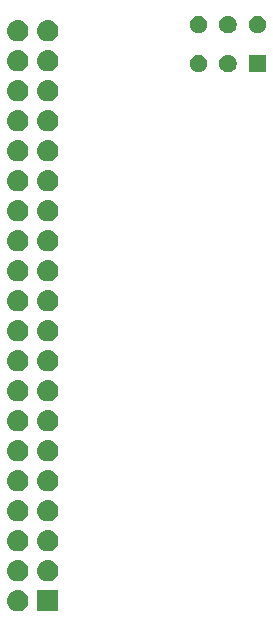
<source format=gbr>
G04 #@! TF.GenerationSoftware,KiCad,Pcbnew,(5.1.4)-1*
G04 #@! TF.CreationDate,2019-12-18T13:49:36-05:00*
G04 #@! TF.ProjectId,a500plus-chipram-expansion,61353030-706c-4757-932d-636869707261,rev?*
G04 #@! TF.SameCoordinates,Original*
G04 #@! TF.FileFunction,Soldermask,Bot*
G04 #@! TF.FilePolarity,Negative*
%FSLAX46Y46*%
G04 Gerber Fmt 4.6, Leading zero omitted, Abs format (unit mm)*
G04 Created by KiCad (PCBNEW (5.1.4)-1) date 2019-12-18 13:49:36*
%MOMM*%
%LPD*%
G04 APERTURE LIST*
%ADD10C,0.100000*%
G04 APERTURE END LIST*
D10*
G36*
X81651000Y-84151000D02*
G01*
X79849000Y-84151000D01*
X79849000Y-82349000D01*
X81651000Y-82349000D01*
X81651000Y-84151000D01*
X81651000Y-84151000D01*
G37*
G36*
X78320443Y-82355519D02*
G01*
X78386627Y-82362037D01*
X78556466Y-82413557D01*
X78712991Y-82497222D01*
X78748729Y-82526552D01*
X78850186Y-82609814D01*
X78933448Y-82711271D01*
X78962778Y-82747009D01*
X79046443Y-82903534D01*
X79097963Y-83073373D01*
X79115359Y-83250000D01*
X79097963Y-83426627D01*
X79046443Y-83596466D01*
X78962778Y-83752991D01*
X78933448Y-83788729D01*
X78850186Y-83890186D01*
X78748729Y-83973448D01*
X78712991Y-84002778D01*
X78556466Y-84086443D01*
X78386627Y-84137963D01*
X78320443Y-84144481D01*
X78254260Y-84151000D01*
X78165740Y-84151000D01*
X78099557Y-84144481D01*
X78033373Y-84137963D01*
X77863534Y-84086443D01*
X77707009Y-84002778D01*
X77671271Y-83973448D01*
X77569814Y-83890186D01*
X77486552Y-83788729D01*
X77457222Y-83752991D01*
X77373557Y-83596466D01*
X77322037Y-83426627D01*
X77304641Y-83250000D01*
X77322037Y-83073373D01*
X77373557Y-82903534D01*
X77457222Y-82747009D01*
X77486552Y-82711271D01*
X77569814Y-82609814D01*
X77671271Y-82526552D01*
X77707009Y-82497222D01*
X77863534Y-82413557D01*
X78033373Y-82362037D01*
X78099557Y-82355519D01*
X78165740Y-82349000D01*
X78254260Y-82349000D01*
X78320443Y-82355519D01*
X78320443Y-82355519D01*
G37*
G36*
X80860442Y-79815518D02*
G01*
X80926627Y-79822037D01*
X81096466Y-79873557D01*
X81252991Y-79957222D01*
X81288729Y-79986552D01*
X81390186Y-80069814D01*
X81473448Y-80171271D01*
X81502778Y-80207009D01*
X81586443Y-80363534D01*
X81637963Y-80533373D01*
X81655359Y-80710000D01*
X81637963Y-80886627D01*
X81586443Y-81056466D01*
X81502778Y-81212991D01*
X81473448Y-81248729D01*
X81390186Y-81350186D01*
X81288729Y-81433448D01*
X81252991Y-81462778D01*
X81096466Y-81546443D01*
X80926627Y-81597963D01*
X80860442Y-81604482D01*
X80794260Y-81611000D01*
X80705740Y-81611000D01*
X80639558Y-81604482D01*
X80573373Y-81597963D01*
X80403534Y-81546443D01*
X80247009Y-81462778D01*
X80211271Y-81433448D01*
X80109814Y-81350186D01*
X80026552Y-81248729D01*
X79997222Y-81212991D01*
X79913557Y-81056466D01*
X79862037Y-80886627D01*
X79844641Y-80710000D01*
X79862037Y-80533373D01*
X79913557Y-80363534D01*
X79997222Y-80207009D01*
X80026552Y-80171271D01*
X80109814Y-80069814D01*
X80211271Y-79986552D01*
X80247009Y-79957222D01*
X80403534Y-79873557D01*
X80573373Y-79822037D01*
X80639558Y-79815518D01*
X80705740Y-79809000D01*
X80794260Y-79809000D01*
X80860442Y-79815518D01*
X80860442Y-79815518D01*
G37*
G36*
X78320442Y-79815518D02*
G01*
X78386627Y-79822037D01*
X78556466Y-79873557D01*
X78712991Y-79957222D01*
X78748729Y-79986552D01*
X78850186Y-80069814D01*
X78933448Y-80171271D01*
X78962778Y-80207009D01*
X79046443Y-80363534D01*
X79097963Y-80533373D01*
X79115359Y-80710000D01*
X79097963Y-80886627D01*
X79046443Y-81056466D01*
X78962778Y-81212991D01*
X78933448Y-81248729D01*
X78850186Y-81350186D01*
X78748729Y-81433448D01*
X78712991Y-81462778D01*
X78556466Y-81546443D01*
X78386627Y-81597963D01*
X78320442Y-81604482D01*
X78254260Y-81611000D01*
X78165740Y-81611000D01*
X78099558Y-81604482D01*
X78033373Y-81597963D01*
X77863534Y-81546443D01*
X77707009Y-81462778D01*
X77671271Y-81433448D01*
X77569814Y-81350186D01*
X77486552Y-81248729D01*
X77457222Y-81212991D01*
X77373557Y-81056466D01*
X77322037Y-80886627D01*
X77304641Y-80710000D01*
X77322037Y-80533373D01*
X77373557Y-80363534D01*
X77457222Y-80207009D01*
X77486552Y-80171271D01*
X77569814Y-80069814D01*
X77671271Y-79986552D01*
X77707009Y-79957222D01*
X77863534Y-79873557D01*
X78033373Y-79822037D01*
X78099558Y-79815518D01*
X78165740Y-79809000D01*
X78254260Y-79809000D01*
X78320442Y-79815518D01*
X78320442Y-79815518D01*
G37*
G36*
X80860442Y-77275518D02*
G01*
X80926627Y-77282037D01*
X81096466Y-77333557D01*
X81252991Y-77417222D01*
X81288729Y-77446552D01*
X81390186Y-77529814D01*
X81473448Y-77631271D01*
X81502778Y-77667009D01*
X81586443Y-77823534D01*
X81637963Y-77993373D01*
X81655359Y-78170000D01*
X81637963Y-78346627D01*
X81586443Y-78516466D01*
X81502778Y-78672991D01*
X81473448Y-78708729D01*
X81390186Y-78810186D01*
X81288729Y-78893448D01*
X81252991Y-78922778D01*
X81096466Y-79006443D01*
X80926627Y-79057963D01*
X80860442Y-79064482D01*
X80794260Y-79071000D01*
X80705740Y-79071000D01*
X80639558Y-79064482D01*
X80573373Y-79057963D01*
X80403534Y-79006443D01*
X80247009Y-78922778D01*
X80211271Y-78893448D01*
X80109814Y-78810186D01*
X80026552Y-78708729D01*
X79997222Y-78672991D01*
X79913557Y-78516466D01*
X79862037Y-78346627D01*
X79844641Y-78170000D01*
X79862037Y-77993373D01*
X79913557Y-77823534D01*
X79997222Y-77667009D01*
X80026552Y-77631271D01*
X80109814Y-77529814D01*
X80211271Y-77446552D01*
X80247009Y-77417222D01*
X80403534Y-77333557D01*
X80573373Y-77282037D01*
X80639558Y-77275518D01*
X80705740Y-77269000D01*
X80794260Y-77269000D01*
X80860442Y-77275518D01*
X80860442Y-77275518D01*
G37*
G36*
X78320442Y-77275518D02*
G01*
X78386627Y-77282037D01*
X78556466Y-77333557D01*
X78712991Y-77417222D01*
X78748729Y-77446552D01*
X78850186Y-77529814D01*
X78933448Y-77631271D01*
X78962778Y-77667009D01*
X79046443Y-77823534D01*
X79097963Y-77993373D01*
X79115359Y-78170000D01*
X79097963Y-78346627D01*
X79046443Y-78516466D01*
X78962778Y-78672991D01*
X78933448Y-78708729D01*
X78850186Y-78810186D01*
X78748729Y-78893448D01*
X78712991Y-78922778D01*
X78556466Y-79006443D01*
X78386627Y-79057963D01*
X78320442Y-79064482D01*
X78254260Y-79071000D01*
X78165740Y-79071000D01*
X78099558Y-79064482D01*
X78033373Y-79057963D01*
X77863534Y-79006443D01*
X77707009Y-78922778D01*
X77671271Y-78893448D01*
X77569814Y-78810186D01*
X77486552Y-78708729D01*
X77457222Y-78672991D01*
X77373557Y-78516466D01*
X77322037Y-78346627D01*
X77304641Y-78170000D01*
X77322037Y-77993373D01*
X77373557Y-77823534D01*
X77457222Y-77667009D01*
X77486552Y-77631271D01*
X77569814Y-77529814D01*
X77671271Y-77446552D01*
X77707009Y-77417222D01*
X77863534Y-77333557D01*
X78033373Y-77282037D01*
X78099558Y-77275518D01*
X78165740Y-77269000D01*
X78254260Y-77269000D01*
X78320442Y-77275518D01*
X78320442Y-77275518D01*
G37*
G36*
X80860443Y-74735519D02*
G01*
X80926627Y-74742037D01*
X81096466Y-74793557D01*
X81252991Y-74877222D01*
X81288729Y-74906552D01*
X81390186Y-74989814D01*
X81473448Y-75091271D01*
X81502778Y-75127009D01*
X81586443Y-75283534D01*
X81637963Y-75453373D01*
X81655359Y-75630000D01*
X81637963Y-75806627D01*
X81586443Y-75976466D01*
X81502778Y-76132991D01*
X81473448Y-76168729D01*
X81390186Y-76270186D01*
X81288729Y-76353448D01*
X81252991Y-76382778D01*
X81096466Y-76466443D01*
X80926627Y-76517963D01*
X80860442Y-76524482D01*
X80794260Y-76531000D01*
X80705740Y-76531000D01*
X80639558Y-76524482D01*
X80573373Y-76517963D01*
X80403534Y-76466443D01*
X80247009Y-76382778D01*
X80211271Y-76353448D01*
X80109814Y-76270186D01*
X80026552Y-76168729D01*
X79997222Y-76132991D01*
X79913557Y-75976466D01*
X79862037Y-75806627D01*
X79844641Y-75630000D01*
X79862037Y-75453373D01*
X79913557Y-75283534D01*
X79997222Y-75127009D01*
X80026552Y-75091271D01*
X80109814Y-74989814D01*
X80211271Y-74906552D01*
X80247009Y-74877222D01*
X80403534Y-74793557D01*
X80573373Y-74742037D01*
X80639557Y-74735519D01*
X80705740Y-74729000D01*
X80794260Y-74729000D01*
X80860443Y-74735519D01*
X80860443Y-74735519D01*
G37*
G36*
X78320443Y-74735519D02*
G01*
X78386627Y-74742037D01*
X78556466Y-74793557D01*
X78712991Y-74877222D01*
X78748729Y-74906552D01*
X78850186Y-74989814D01*
X78933448Y-75091271D01*
X78962778Y-75127009D01*
X79046443Y-75283534D01*
X79097963Y-75453373D01*
X79115359Y-75630000D01*
X79097963Y-75806627D01*
X79046443Y-75976466D01*
X78962778Y-76132991D01*
X78933448Y-76168729D01*
X78850186Y-76270186D01*
X78748729Y-76353448D01*
X78712991Y-76382778D01*
X78556466Y-76466443D01*
X78386627Y-76517963D01*
X78320442Y-76524482D01*
X78254260Y-76531000D01*
X78165740Y-76531000D01*
X78099558Y-76524482D01*
X78033373Y-76517963D01*
X77863534Y-76466443D01*
X77707009Y-76382778D01*
X77671271Y-76353448D01*
X77569814Y-76270186D01*
X77486552Y-76168729D01*
X77457222Y-76132991D01*
X77373557Y-75976466D01*
X77322037Y-75806627D01*
X77304641Y-75630000D01*
X77322037Y-75453373D01*
X77373557Y-75283534D01*
X77457222Y-75127009D01*
X77486552Y-75091271D01*
X77569814Y-74989814D01*
X77671271Y-74906552D01*
X77707009Y-74877222D01*
X77863534Y-74793557D01*
X78033373Y-74742037D01*
X78099557Y-74735519D01*
X78165740Y-74729000D01*
X78254260Y-74729000D01*
X78320443Y-74735519D01*
X78320443Y-74735519D01*
G37*
G36*
X80860442Y-72195518D02*
G01*
X80926627Y-72202037D01*
X81096466Y-72253557D01*
X81252991Y-72337222D01*
X81288729Y-72366552D01*
X81390186Y-72449814D01*
X81473448Y-72551271D01*
X81502778Y-72587009D01*
X81586443Y-72743534D01*
X81637963Y-72913373D01*
X81655359Y-73090000D01*
X81637963Y-73266627D01*
X81586443Y-73436466D01*
X81502778Y-73592991D01*
X81473448Y-73628729D01*
X81390186Y-73730186D01*
X81288729Y-73813448D01*
X81252991Y-73842778D01*
X81096466Y-73926443D01*
X80926627Y-73977963D01*
X80860443Y-73984481D01*
X80794260Y-73991000D01*
X80705740Y-73991000D01*
X80639557Y-73984481D01*
X80573373Y-73977963D01*
X80403534Y-73926443D01*
X80247009Y-73842778D01*
X80211271Y-73813448D01*
X80109814Y-73730186D01*
X80026552Y-73628729D01*
X79997222Y-73592991D01*
X79913557Y-73436466D01*
X79862037Y-73266627D01*
X79844641Y-73090000D01*
X79862037Y-72913373D01*
X79913557Y-72743534D01*
X79997222Y-72587009D01*
X80026552Y-72551271D01*
X80109814Y-72449814D01*
X80211271Y-72366552D01*
X80247009Y-72337222D01*
X80403534Y-72253557D01*
X80573373Y-72202037D01*
X80639558Y-72195518D01*
X80705740Y-72189000D01*
X80794260Y-72189000D01*
X80860442Y-72195518D01*
X80860442Y-72195518D01*
G37*
G36*
X78320442Y-72195518D02*
G01*
X78386627Y-72202037D01*
X78556466Y-72253557D01*
X78712991Y-72337222D01*
X78748729Y-72366552D01*
X78850186Y-72449814D01*
X78933448Y-72551271D01*
X78962778Y-72587009D01*
X79046443Y-72743534D01*
X79097963Y-72913373D01*
X79115359Y-73090000D01*
X79097963Y-73266627D01*
X79046443Y-73436466D01*
X78962778Y-73592991D01*
X78933448Y-73628729D01*
X78850186Y-73730186D01*
X78748729Y-73813448D01*
X78712991Y-73842778D01*
X78556466Y-73926443D01*
X78386627Y-73977963D01*
X78320443Y-73984481D01*
X78254260Y-73991000D01*
X78165740Y-73991000D01*
X78099557Y-73984481D01*
X78033373Y-73977963D01*
X77863534Y-73926443D01*
X77707009Y-73842778D01*
X77671271Y-73813448D01*
X77569814Y-73730186D01*
X77486552Y-73628729D01*
X77457222Y-73592991D01*
X77373557Y-73436466D01*
X77322037Y-73266627D01*
X77304641Y-73090000D01*
X77322037Y-72913373D01*
X77373557Y-72743534D01*
X77457222Y-72587009D01*
X77486552Y-72551271D01*
X77569814Y-72449814D01*
X77671271Y-72366552D01*
X77707009Y-72337222D01*
X77863534Y-72253557D01*
X78033373Y-72202037D01*
X78099558Y-72195518D01*
X78165740Y-72189000D01*
X78254260Y-72189000D01*
X78320442Y-72195518D01*
X78320442Y-72195518D01*
G37*
G36*
X80860443Y-69655519D02*
G01*
X80926627Y-69662037D01*
X81096466Y-69713557D01*
X81252991Y-69797222D01*
X81288729Y-69826552D01*
X81390186Y-69909814D01*
X81473448Y-70011271D01*
X81502778Y-70047009D01*
X81586443Y-70203534D01*
X81637963Y-70373373D01*
X81655359Y-70550000D01*
X81637963Y-70726627D01*
X81586443Y-70896466D01*
X81502778Y-71052991D01*
X81473448Y-71088729D01*
X81390186Y-71190186D01*
X81288729Y-71273448D01*
X81252991Y-71302778D01*
X81096466Y-71386443D01*
X80926627Y-71437963D01*
X80860442Y-71444482D01*
X80794260Y-71451000D01*
X80705740Y-71451000D01*
X80639558Y-71444482D01*
X80573373Y-71437963D01*
X80403534Y-71386443D01*
X80247009Y-71302778D01*
X80211271Y-71273448D01*
X80109814Y-71190186D01*
X80026552Y-71088729D01*
X79997222Y-71052991D01*
X79913557Y-70896466D01*
X79862037Y-70726627D01*
X79844641Y-70550000D01*
X79862037Y-70373373D01*
X79913557Y-70203534D01*
X79997222Y-70047009D01*
X80026552Y-70011271D01*
X80109814Y-69909814D01*
X80211271Y-69826552D01*
X80247009Y-69797222D01*
X80403534Y-69713557D01*
X80573373Y-69662037D01*
X80639557Y-69655519D01*
X80705740Y-69649000D01*
X80794260Y-69649000D01*
X80860443Y-69655519D01*
X80860443Y-69655519D01*
G37*
G36*
X78320443Y-69655519D02*
G01*
X78386627Y-69662037D01*
X78556466Y-69713557D01*
X78712991Y-69797222D01*
X78748729Y-69826552D01*
X78850186Y-69909814D01*
X78933448Y-70011271D01*
X78962778Y-70047009D01*
X79046443Y-70203534D01*
X79097963Y-70373373D01*
X79115359Y-70550000D01*
X79097963Y-70726627D01*
X79046443Y-70896466D01*
X78962778Y-71052991D01*
X78933448Y-71088729D01*
X78850186Y-71190186D01*
X78748729Y-71273448D01*
X78712991Y-71302778D01*
X78556466Y-71386443D01*
X78386627Y-71437963D01*
X78320442Y-71444482D01*
X78254260Y-71451000D01*
X78165740Y-71451000D01*
X78099558Y-71444482D01*
X78033373Y-71437963D01*
X77863534Y-71386443D01*
X77707009Y-71302778D01*
X77671271Y-71273448D01*
X77569814Y-71190186D01*
X77486552Y-71088729D01*
X77457222Y-71052991D01*
X77373557Y-70896466D01*
X77322037Y-70726627D01*
X77304641Y-70550000D01*
X77322037Y-70373373D01*
X77373557Y-70203534D01*
X77457222Y-70047009D01*
X77486552Y-70011271D01*
X77569814Y-69909814D01*
X77671271Y-69826552D01*
X77707009Y-69797222D01*
X77863534Y-69713557D01*
X78033373Y-69662037D01*
X78099557Y-69655519D01*
X78165740Y-69649000D01*
X78254260Y-69649000D01*
X78320443Y-69655519D01*
X78320443Y-69655519D01*
G37*
G36*
X80860442Y-67115518D02*
G01*
X80926627Y-67122037D01*
X81096466Y-67173557D01*
X81252991Y-67257222D01*
X81288729Y-67286552D01*
X81390186Y-67369814D01*
X81473448Y-67471271D01*
X81502778Y-67507009D01*
X81586443Y-67663534D01*
X81637963Y-67833373D01*
X81655359Y-68010000D01*
X81637963Y-68186627D01*
X81586443Y-68356466D01*
X81502778Y-68512991D01*
X81473448Y-68548729D01*
X81390186Y-68650186D01*
X81288729Y-68733448D01*
X81252991Y-68762778D01*
X81096466Y-68846443D01*
X80926627Y-68897963D01*
X80860442Y-68904482D01*
X80794260Y-68911000D01*
X80705740Y-68911000D01*
X80639558Y-68904482D01*
X80573373Y-68897963D01*
X80403534Y-68846443D01*
X80247009Y-68762778D01*
X80211271Y-68733448D01*
X80109814Y-68650186D01*
X80026552Y-68548729D01*
X79997222Y-68512991D01*
X79913557Y-68356466D01*
X79862037Y-68186627D01*
X79844641Y-68010000D01*
X79862037Y-67833373D01*
X79913557Y-67663534D01*
X79997222Y-67507009D01*
X80026552Y-67471271D01*
X80109814Y-67369814D01*
X80211271Y-67286552D01*
X80247009Y-67257222D01*
X80403534Y-67173557D01*
X80573373Y-67122037D01*
X80639558Y-67115518D01*
X80705740Y-67109000D01*
X80794260Y-67109000D01*
X80860442Y-67115518D01*
X80860442Y-67115518D01*
G37*
G36*
X78320442Y-67115518D02*
G01*
X78386627Y-67122037D01*
X78556466Y-67173557D01*
X78712991Y-67257222D01*
X78748729Y-67286552D01*
X78850186Y-67369814D01*
X78933448Y-67471271D01*
X78962778Y-67507009D01*
X79046443Y-67663534D01*
X79097963Y-67833373D01*
X79115359Y-68010000D01*
X79097963Y-68186627D01*
X79046443Y-68356466D01*
X78962778Y-68512991D01*
X78933448Y-68548729D01*
X78850186Y-68650186D01*
X78748729Y-68733448D01*
X78712991Y-68762778D01*
X78556466Y-68846443D01*
X78386627Y-68897963D01*
X78320442Y-68904482D01*
X78254260Y-68911000D01*
X78165740Y-68911000D01*
X78099558Y-68904482D01*
X78033373Y-68897963D01*
X77863534Y-68846443D01*
X77707009Y-68762778D01*
X77671271Y-68733448D01*
X77569814Y-68650186D01*
X77486552Y-68548729D01*
X77457222Y-68512991D01*
X77373557Y-68356466D01*
X77322037Y-68186627D01*
X77304641Y-68010000D01*
X77322037Y-67833373D01*
X77373557Y-67663534D01*
X77457222Y-67507009D01*
X77486552Y-67471271D01*
X77569814Y-67369814D01*
X77671271Y-67286552D01*
X77707009Y-67257222D01*
X77863534Y-67173557D01*
X78033373Y-67122037D01*
X78099558Y-67115518D01*
X78165740Y-67109000D01*
X78254260Y-67109000D01*
X78320442Y-67115518D01*
X78320442Y-67115518D01*
G37*
G36*
X80860442Y-64575518D02*
G01*
X80926627Y-64582037D01*
X81096466Y-64633557D01*
X81252991Y-64717222D01*
X81288729Y-64746552D01*
X81390186Y-64829814D01*
X81473448Y-64931271D01*
X81502778Y-64967009D01*
X81586443Y-65123534D01*
X81637963Y-65293373D01*
X81655359Y-65470000D01*
X81637963Y-65646627D01*
X81586443Y-65816466D01*
X81502778Y-65972991D01*
X81473448Y-66008729D01*
X81390186Y-66110186D01*
X81288729Y-66193448D01*
X81252991Y-66222778D01*
X81096466Y-66306443D01*
X80926627Y-66357963D01*
X80860443Y-66364481D01*
X80794260Y-66371000D01*
X80705740Y-66371000D01*
X80639557Y-66364481D01*
X80573373Y-66357963D01*
X80403534Y-66306443D01*
X80247009Y-66222778D01*
X80211271Y-66193448D01*
X80109814Y-66110186D01*
X80026552Y-66008729D01*
X79997222Y-65972991D01*
X79913557Y-65816466D01*
X79862037Y-65646627D01*
X79844641Y-65470000D01*
X79862037Y-65293373D01*
X79913557Y-65123534D01*
X79997222Y-64967009D01*
X80026552Y-64931271D01*
X80109814Y-64829814D01*
X80211271Y-64746552D01*
X80247009Y-64717222D01*
X80403534Y-64633557D01*
X80573373Y-64582037D01*
X80639558Y-64575518D01*
X80705740Y-64569000D01*
X80794260Y-64569000D01*
X80860442Y-64575518D01*
X80860442Y-64575518D01*
G37*
G36*
X78320442Y-64575518D02*
G01*
X78386627Y-64582037D01*
X78556466Y-64633557D01*
X78712991Y-64717222D01*
X78748729Y-64746552D01*
X78850186Y-64829814D01*
X78933448Y-64931271D01*
X78962778Y-64967009D01*
X79046443Y-65123534D01*
X79097963Y-65293373D01*
X79115359Y-65470000D01*
X79097963Y-65646627D01*
X79046443Y-65816466D01*
X78962778Y-65972991D01*
X78933448Y-66008729D01*
X78850186Y-66110186D01*
X78748729Y-66193448D01*
X78712991Y-66222778D01*
X78556466Y-66306443D01*
X78386627Y-66357963D01*
X78320443Y-66364481D01*
X78254260Y-66371000D01*
X78165740Y-66371000D01*
X78099557Y-66364481D01*
X78033373Y-66357963D01*
X77863534Y-66306443D01*
X77707009Y-66222778D01*
X77671271Y-66193448D01*
X77569814Y-66110186D01*
X77486552Y-66008729D01*
X77457222Y-65972991D01*
X77373557Y-65816466D01*
X77322037Y-65646627D01*
X77304641Y-65470000D01*
X77322037Y-65293373D01*
X77373557Y-65123534D01*
X77457222Y-64967009D01*
X77486552Y-64931271D01*
X77569814Y-64829814D01*
X77671271Y-64746552D01*
X77707009Y-64717222D01*
X77863534Y-64633557D01*
X78033373Y-64582037D01*
X78099558Y-64575518D01*
X78165740Y-64569000D01*
X78254260Y-64569000D01*
X78320442Y-64575518D01*
X78320442Y-64575518D01*
G37*
G36*
X80860442Y-62035518D02*
G01*
X80926627Y-62042037D01*
X81096466Y-62093557D01*
X81252991Y-62177222D01*
X81288729Y-62206552D01*
X81390186Y-62289814D01*
X81473448Y-62391271D01*
X81502778Y-62427009D01*
X81586443Y-62583534D01*
X81637963Y-62753373D01*
X81655359Y-62930000D01*
X81637963Y-63106627D01*
X81586443Y-63276466D01*
X81502778Y-63432991D01*
X81473448Y-63468729D01*
X81390186Y-63570186D01*
X81288729Y-63653448D01*
X81252991Y-63682778D01*
X81096466Y-63766443D01*
X80926627Y-63817963D01*
X80860443Y-63824481D01*
X80794260Y-63831000D01*
X80705740Y-63831000D01*
X80639557Y-63824481D01*
X80573373Y-63817963D01*
X80403534Y-63766443D01*
X80247009Y-63682778D01*
X80211271Y-63653448D01*
X80109814Y-63570186D01*
X80026552Y-63468729D01*
X79997222Y-63432991D01*
X79913557Y-63276466D01*
X79862037Y-63106627D01*
X79844641Y-62930000D01*
X79862037Y-62753373D01*
X79913557Y-62583534D01*
X79997222Y-62427009D01*
X80026552Y-62391271D01*
X80109814Y-62289814D01*
X80211271Y-62206552D01*
X80247009Y-62177222D01*
X80403534Y-62093557D01*
X80573373Y-62042037D01*
X80639558Y-62035518D01*
X80705740Y-62029000D01*
X80794260Y-62029000D01*
X80860442Y-62035518D01*
X80860442Y-62035518D01*
G37*
G36*
X78320442Y-62035518D02*
G01*
X78386627Y-62042037D01*
X78556466Y-62093557D01*
X78712991Y-62177222D01*
X78748729Y-62206552D01*
X78850186Y-62289814D01*
X78933448Y-62391271D01*
X78962778Y-62427009D01*
X79046443Y-62583534D01*
X79097963Y-62753373D01*
X79115359Y-62930000D01*
X79097963Y-63106627D01*
X79046443Y-63276466D01*
X78962778Y-63432991D01*
X78933448Y-63468729D01*
X78850186Y-63570186D01*
X78748729Y-63653448D01*
X78712991Y-63682778D01*
X78556466Y-63766443D01*
X78386627Y-63817963D01*
X78320443Y-63824481D01*
X78254260Y-63831000D01*
X78165740Y-63831000D01*
X78099557Y-63824481D01*
X78033373Y-63817963D01*
X77863534Y-63766443D01*
X77707009Y-63682778D01*
X77671271Y-63653448D01*
X77569814Y-63570186D01*
X77486552Y-63468729D01*
X77457222Y-63432991D01*
X77373557Y-63276466D01*
X77322037Y-63106627D01*
X77304641Y-62930000D01*
X77322037Y-62753373D01*
X77373557Y-62583534D01*
X77457222Y-62427009D01*
X77486552Y-62391271D01*
X77569814Y-62289814D01*
X77671271Y-62206552D01*
X77707009Y-62177222D01*
X77863534Y-62093557D01*
X78033373Y-62042037D01*
X78099558Y-62035518D01*
X78165740Y-62029000D01*
X78254260Y-62029000D01*
X78320442Y-62035518D01*
X78320442Y-62035518D01*
G37*
G36*
X80860443Y-59495519D02*
G01*
X80926627Y-59502037D01*
X81096466Y-59553557D01*
X81252991Y-59637222D01*
X81288729Y-59666552D01*
X81390186Y-59749814D01*
X81473448Y-59851271D01*
X81502778Y-59887009D01*
X81586443Y-60043534D01*
X81637963Y-60213373D01*
X81655359Y-60390000D01*
X81637963Y-60566627D01*
X81586443Y-60736466D01*
X81502778Y-60892991D01*
X81473448Y-60928729D01*
X81390186Y-61030186D01*
X81288729Y-61113448D01*
X81252991Y-61142778D01*
X81096466Y-61226443D01*
X80926627Y-61277963D01*
X80860442Y-61284482D01*
X80794260Y-61291000D01*
X80705740Y-61291000D01*
X80639558Y-61284482D01*
X80573373Y-61277963D01*
X80403534Y-61226443D01*
X80247009Y-61142778D01*
X80211271Y-61113448D01*
X80109814Y-61030186D01*
X80026552Y-60928729D01*
X79997222Y-60892991D01*
X79913557Y-60736466D01*
X79862037Y-60566627D01*
X79844641Y-60390000D01*
X79862037Y-60213373D01*
X79913557Y-60043534D01*
X79997222Y-59887009D01*
X80026552Y-59851271D01*
X80109814Y-59749814D01*
X80211271Y-59666552D01*
X80247009Y-59637222D01*
X80403534Y-59553557D01*
X80573373Y-59502037D01*
X80639557Y-59495519D01*
X80705740Y-59489000D01*
X80794260Y-59489000D01*
X80860443Y-59495519D01*
X80860443Y-59495519D01*
G37*
G36*
X78320443Y-59495519D02*
G01*
X78386627Y-59502037D01*
X78556466Y-59553557D01*
X78712991Y-59637222D01*
X78748729Y-59666552D01*
X78850186Y-59749814D01*
X78933448Y-59851271D01*
X78962778Y-59887009D01*
X79046443Y-60043534D01*
X79097963Y-60213373D01*
X79115359Y-60390000D01*
X79097963Y-60566627D01*
X79046443Y-60736466D01*
X78962778Y-60892991D01*
X78933448Y-60928729D01*
X78850186Y-61030186D01*
X78748729Y-61113448D01*
X78712991Y-61142778D01*
X78556466Y-61226443D01*
X78386627Y-61277963D01*
X78320442Y-61284482D01*
X78254260Y-61291000D01*
X78165740Y-61291000D01*
X78099558Y-61284482D01*
X78033373Y-61277963D01*
X77863534Y-61226443D01*
X77707009Y-61142778D01*
X77671271Y-61113448D01*
X77569814Y-61030186D01*
X77486552Y-60928729D01*
X77457222Y-60892991D01*
X77373557Y-60736466D01*
X77322037Y-60566627D01*
X77304641Y-60390000D01*
X77322037Y-60213373D01*
X77373557Y-60043534D01*
X77457222Y-59887009D01*
X77486552Y-59851271D01*
X77569814Y-59749814D01*
X77671271Y-59666552D01*
X77707009Y-59637222D01*
X77863534Y-59553557D01*
X78033373Y-59502037D01*
X78099557Y-59495519D01*
X78165740Y-59489000D01*
X78254260Y-59489000D01*
X78320443Y-59495519D01*
X78320443Y-59495519D01*
G37*
G36*
X80860443Y-56955519D02*
G01*
X80926627Y-56962037D01*
X81096466Y-57013557D01*
X81252991Y-57097222D01*
X81288729Y-57126552D01*
X81390186Y-57209814D01*
X81473448Y-57311271D01*
X81502778Y-57347009D01*
X81586443Y-57503534D01*
X81637963Y-57673373D01*
X81655359Y-57850000D01*
X81637963Y-58026627D01*
X81586443Y-58196466D01*
X81502778Y-58352991D01*
X81473448Y-58388729D01*
X81390186Y-58490186D01*
X81288729Y-58573448D01*
X81252991Y-58602778D01*
X81096466Y-58686443D01*
X80926627Y-58737963D01*
X80860442Y-58744482D01*
X80794260Y-58751000D01*
X80705740Y-58751000D01*
X80639558Y-58744482D01*
X80573373Y-58737963D01*
X80403534Y-58686443D01*
X80247009Y-58602778D01*
X80211271Y-58573448D01*
X80109814Y-58490186D01*
X80026552Y-58388729D01*
X79997222Y-58352991D01*
X79913557Y-58196466D01*
X79862037Y-58026627D01*
X79844641Y-57850000D01*
X79862037Y-57673373D01*
X79913557Y-57503534D01*
X79997222Y-57347009D01*
X80026552Y-57311271D01*
X80109814Y-57209814D01*
X80211271Y-57126552D01*
X80247009Y-57097222D01*
X80403534Y-57013557D01*
X80573373Y-56962037D01*
X80639557Y-56955519D01*
X80705740Y-56949000D01*
X80794260Y-56949000D01*
X80860443Y-56955519D01*
X80860443Y-56955519D01*
G37*
G36*
X78320443Y-56955519D02*
G01*
X78386627Y-56962037D01*
X78556466Y-57013557D01*
X78712991Y-57097222D01*
X78748729Y-57126552D01*
X78850186Y-57209814D01*
X78933448Y-57311271D01*
X78962778Y-57347009D01*
X79046443Y-57503534D01*
X79097963Y-57673373D01*
X79115359Y-57850000D01*
X79097963Y-58026627D01*
X79046443Y-58196466D01*
X78962778Y-58352991D01*
X78933448Y-58388729D01*
X78850186Y-58490186D01*
X78748729Y-58573448D01*
X78712991Y-58602778D01*
X78556466Y-58686443D01*
X78386627Y-58737963D01*
X78320442Y-58744482D01*
X78254260Y-58751000D01*
X78165740Y-58751000D01*
X78099558Y-58744482D01*
X78033373Y-58737963D01*
X77863534Y-58686443D01*
X77707009Y-58602778D01*
X77671271Y-58573448D01*
X77569814Y-58490186D01*
X77486552Y-58388729D01*
X77457222Y-58352991D01*
X77373557Y-58196466D01*
X77322037Y-58026627D01*
X77304641Y-57850000D01*
X77322037Y-57673373D01*
X77373557Y-57503534D01*
X77457222Y-57347009D01*
X77486552Y-57311271D01*
X77569814Y-57209814D01*
X77671271Y-57126552D01*
X77707009Y-57097222D01*
X77863534Y-57013557D01*
X78033373Y-56962037D01*
X78099557Y-56955519D01*
X78165740Y-56949000D01*
X78254260Y-56949000D01*
X78320443Y-56955519D01*
X78320443Y-56955519D01*
G37*
G36*
X78320442Y-54415518D02*
G01*
X78386627Y-54422037D01*
X78556466Y-54473557D01*
X78712991Y-54557222D01*
X78748729Y-54586552D01*
X78850186Y-54669814D01*
X78933448Y-54771271D01*
X78962778Y-54807009D01*
X79046443Y-54963534D01*
X79097963Y-55133373D01*
X79115359Y-55310000D01*
X79097963Y-55486627D01*
X79046443Y-55656466D01*
X78962778Y-55812991D01*
X78933448Y-55848729D01*
X78850186Y-55950186D01*
X78748729Y-56033448D01*
X78712991Y-56062778D01*
X78556466Y-56146443D01*
X78386627Y-56197963D01*
X78320443Y-56204481D01*
X78254260Y-56211000D01*
X78165740Y-56211000D01*
X78099557Y-56204481D01*
X78033373Y-56197963D01*
X77863534Y-56146443D01*
X77707009Y-56062778D01*
X77671271Y-56033448D01*
X77569814Y-55950186D01*
X77486552Y-55848729D01*
X77457222Y-55812991D01*
X77373557Y-55656466D01*
X77322037Y-55486627D01*
X77304641Y-55310000D01*
X77322037Y-55133373D01*
X77373557Y-54963534D01*
X77457222Y-54807009D01*
X77486552Y-54771271D01*
X77569814Y-54669814D01*
X77671271Y-54586552D01*
X77707009Y-54557222D01*
X77863534Y-54473557D01*
X78033373Y-54422037D01*
X78099558Y-54415518D01*
X78165740Y-54409000D01*
X78254260Y-54409000D01*
X78320442Y-54415518D01*
X78320442Y-54415518D01*
G37*
G36*
X80860442Y-54415518D02*
G01*
X80926627Y-54422037D01*
X81096466Y-54473557D01*
X81252991Y-54557222D01*
X81288729Y-54586552D01*
X81390186Y-54669814D01*
X81473448Y-54771271D01*
X81502778Y-54807009D01*
X81586443Y-54963534D01*
X81637963Y-55133373D01*
X81655359Y-55310000D01*
X81637963Y-55486627D01*
X81586443Y-55656466D01*
X81502778Y-55812991D01*
X81473448Y-55848729D01*
X81390186Y-55950186D01*
X81288729Y-56033448D01*
X81252991Y-56062778D01*
X81096466Y-56146443D01*
X80926627Y-56197963D01*
X80860443Y-56204481D01*
X80794260Y-56211000D01*
X80705740Y-56211000D01*
X80639557Y-56204481D01*
X80573373Y-56197963D01*
X80403534Y-56146443D01*
X80247009Y-56062778D01*
X80211271Y-56033448D01*
X80109814Y-55950186D01*
X80026552Y-55848729D01*
X79997222Y-55812991D01*
X79913557Y-55656466D01*
X79862037Y-55486627D01*
X79844641Y-55310000D01*
X79862037Y-55133373D01*
X79913557Y-54963534D01*
X79997222Y-54807009D01*
X80026552Y-54771271D01*
X80109814Y-54669814D01*
X80211271Y-54586552D01*
X80247009Y-54557222D01*
X80403534Y-54473557D01*
X80573373Y-54422037D01*
X80639558Y-54415518D01*
X80705740Y-54409000D01*
X80794260Y-54409000D01*
X80860442Y-54415518D01*
X80860442Y-54415518D01*
G37*
G36*
X80860443Y-51875519D02*
G01*
X80926627Y-51882037D01*
X81096466Y-51933557D01*
X81252991Y-52017222D01*
X81288729Y-52046552D01*
X81390186Y-52129814D01*
X81473448Y-52231271D01*
X81502778Y-52267009D01*
X81586443Y-52423534D01*
X81637963Y-52593373D01*
X81655359Y-52770000D01*
X81637963Y-52946627D01*
X81586443Y-53116466D01*
X81502778Y-53272991D01*
X81473448Y-53308729D01*
X81390186Y-53410186D01*
X81288729Y-53493448D01*
X81252991Y-53522778D01*
X81096466Y-53606443D01*
X80926627Y-53657963D01*
X80860443Y-53664481D01*
X80794260Y-53671000D01*
X80705740Y-53671000D01*
X80639557Y-53664481D01*
X80573373Y-53657963D01*
X80403534Y-53606443D01*
X80247009Y-53522778D01*
X80211271Y-53493448D01*
X80109814Y-53410186D01*
X80026552Y-53308729D01*
X79997222Y-53272991D01*
X79913557Y-53116466D01*
X79862037Y-52946627D01*
X79844641Y-52770000D01*
X79862037Y-52593373D01*
X79913557Y-52423534D01*
X79997222Y-52267009D01*
X80026552Y-52231271D01*
X80109814Y-52129814D01*
X80211271Y-52046552D01*
X80247009Y-52017222D01*
X80403534Y-51933557D01*
X80573373Y-51882037D01*
X80639557Y-51875519D01*
X80705740Y-51869000D01*
X80794260Y-51869000D01*
X80860443Y-51875519D01*
X80860443Y-51875519D01*
G37*
G36*
X78320443Y-51875519D02*
G01*
X78386627Y-51882037D01*
X78556466Y-51933557D01*
X78712991Y-52017222D01*
X78748729Y-52046552D01*
X78850186Y-52129814D01*
X78933448Y-52231271D01*
X78962778Y-52267009D01*
X79046443Y-52423534D01*
X79097963Y-52593373D01*
X79115359Y-52770000D01*
X79097963Y-52946627D01*
X79046443Y-53116466D01*
X78962778Y-53272991D01*
X78933448Y-53308729D01*
X78850186Y-53410186D01*
X78748729Y-53493448D01*
X78712991Y-53522778D01*
X78556466Y-53606443D01*
X78386627Y-53657963D01*
X78320443Y-53664481D01*
X78254260Y-53671000D01*
X78165740Y-53671000D01*
X78099557Y-53664481D01*
X78033373Y-53657963D01*
X77863534Y-53606443D01*
X77707009Y-53522778D01*
X77671271Y-53493448D01*
X77569814Y-53410186D01*
X77486552Y-53308729D01*
X77457222Y-53272991D01*
X77373557Y-53116466D01*
X77322037Y-52946627D01*
X77304641Y-52770000D01*
X77322037Y-52593373D01*
X77373557Y-52423534D01*
X77457222Y-52267009D01*
X77486552Y-52231271D01*
X77569814Y-52129814D01*
X77671271Y-52046552D01*
X77707009Y-52017222D01*
X77863534Y-51933557D01*
X78033373Y-51882037D01*
X78099557Y-51875519D01*
X78165740Y-51869000D01*
X78254260Y-51869000D01*
X78320443Y-51875519D01*
X78320443Y-51875519D01*
G37*
G36*
X80860442Y-49335518D02*
G01*
X80926627Y-49342037D01*
X81096466Y-49393557D01*
X81252991Y-49477222D01*
X81288729Y-49506552D01*
X81390186Y-49589814D01*
X81473448Y-49691271D01*
X81502778Y-49727009D01*
X81586443Y-49883534D01*
X81637963Y-50053373D01*
X81655359Y-50230000D01*
X81637963Y-50406627D01*
X81586443Y-50576466D01*
X81502778Y-50732991D01*
X81473448Y-50768729D01*
X81390186Y-50870186D01*
X81288729Y-50953448D01*
X81252991Y-50982778D01*
X81096466Y-51066443D01*
X80926627Y-51117963D01*
X80860442Y-51124482D01*
X80794260Y-51131000D01*
X80705740Y-51131000D01*
X80639558Y-51124482D01*
X80573373Y-51117963D01*
X80403534Y-51066443D01*
X80247009Y-50982778D01*
X80211271Y-50953448D01*
X80109814Y-50870186D01*
X80026552Y-50768729D01*
X79997222Y-50732991D01*
X79913557Y-50576466D01*
X79862037Y-50406627D01*
X79844641Y-50230000D01*
X79862037Y-50053373D01*
X79913557Y-49883534D01*
X79997222Y-49727009D01*
X80026552Y-49691271D01*
X80109814Y-49589814D01*
X80211271Y-49506552D01*
X80247009Y-49477222D01*
X80403534Y-49393557D01*
X80573373Y-49342037D01*
X80639557Y-49335519D01*
X80705740Y-49329000D01*
X80794260Y-49329000D01*
X80860442Y-49335518D01*
X80860442Y-49335518D01*
G37*
G36*
X78320442Y-49335518D02*
G01*
X78386627Y-49342037D01*
X78556466Y-49393557D01*
X78712991Y-49477222D01*
X78748729Y-49506552D01*
X78850186Y-49589814D01*
X78933448Y-49691271D01*
X78962778Y-49727009D01*
X79046443Y-49883534D01*
X79097963Y-50053373D01*
X79115359Y-50230000D01*
X79097963Y-50406627D01*
X79046443Y-50576466D01*
X78962778Y-50732991D01*
X78933448Y-50768729D01*
X78850186Y-50870186D01*
X78748729Y-50953448D01*
X78712991Y-50982778D01*
X78556466Y-51066443D01*
X78386627Y-51117963D01*
X78320442Y-51124482D01*
X78254260Y-51131000D01*
X78165740Y-51131000D01*
X78099558Y-51124482D01*
X78033373Y-51117963D01*
X77863534Y-51066443D01*
X77707009Y-50982778D01*
X77671271Y-50953448D01*
X77569814Y-50870186D01*
X77486552Y-50768729D01*
X77457222Y-50732991D01*
X77373557Y-50576466D01*
X77322037Y-50406627D01*
X77304641Y-50230000D01*
X77322037Y-50053373D01*
X77373557Y-49883534D01*
X77457222Y-49727009D01*
X77486552Y-49691271D01*
X77569814Y-49589814D01*
X77671271Y-49506552D01*
X77707009Y-49477222D01*
X77863534Y-49393557D01*
X78033373Y-49342037D01*
X78099557Y-49335519D01*
X78165740Y-49329000D01*
X78254260Y-49329000D01*
X78320442Y-49335518D01*
X78320442Y-49335518D01*
G37*
G36*
X78320442Y-46795518D02*
G01*
X78386627Y-46802037D01*
X78556466Y-46853557D01*
X78712991Y-46937222D01*
X78748729Y-46966552D01*
X78850186Y-47049814D01*
X78933448Y-47151271D01*
X78962778Y-47187009D01*
X79046443Y-47343534D01*
X79097963Y-47513373D01*
X79115359Y-47690000D01*
X79097963Y-47866627D01*
X79046443Y-48036466D01*
X78962778Y-48192991D01*
X78933448Y-48228729D01*
X78850186Y-48330186D01*
X78748729Y-48413448D01*
X78712991Y-48442778D01*
X78556466Y-48526443D01*
X78386627Y-48577963D01*
X78320443Y-48584481D01*
X78254260Y-48591000D01*
X78165740Y-48591000D01*
X78099558Y-48584482D01*
X78033373Y-48577963D01*
X77863534Y-48526443D01*
X77707009Y-48442778D01*
X77671271Y-48413448D01*
X77569814Y-48330186D01*
X77486552Y-48228729D01*
X77457222Y-48192991D01*
X77373557Y-48036466D01*
X77322037Y-47866627D01*
X77304641Y-47690000D01*
X77322037Y-47513373D01*
X77373557Y-47343534D01*
X77457222Y-47187009D01*
X77486552Y-47151271D01*
X77569814Y-47049814D01*
X77671271Y-46966552D01*
X77707009Y-46937222D01*
X77863534Y-46853557D01*
X78033373Y-46802037D01*
X78099558Y-46795518D01*
X78165740Y-46789000D01*
X78254260Y-46789000D01*
X78320442Y-46795518D01*
X78320442Y-46795518D01*
G37*
G36*
X80860442Y-46795518D02*
G01*
X80926627Y-46802037D01*
X81096466Y-46853557D01*
X81252991Y-46937222D01*
X81288729Y-46966552D01*
X81390186Y-47049814D01*
X81473448Y-47151271D01*
X81502778Y-47187009D01*
X81586443Y-47343534D01*
X81637963Y-47513373D01*
X81655359Y-47690000D01*
X81637963Y-47866627D01*
X81586443Y-48036466D01*
X81502778Y-48192991D01*
X81473448Y-48228729D01*
X81390186Y-48330186D01*
X81288729Y-48413448D01*
X81252991Y-48442778D01*
X81096466Y-48526443D01*
X80926627Y-48577963D01*
X80860443Y-48584481D01*
X80794260Y-48591000D01*
X80705740Y-48591000D01*
X80639558Y-48584482D01*
X80573373Y-48577963D01*
X80403534Y-48526443D01*
X80247009Y-48442778D01*
X80211271Y-48413448D01*
X80109814Y-48330186D01*
X80026552Y-48228729D01*
X79997222Y-48192991D01*
X79913557Y-48036466D01*
X79862037Y-47866627D01*
X79844641Y-47690000D01*
X79862037Y-47513373D01*
X79913557Y-47343534D01*
X79997222Y-47187009D01*
X80026552Y-47151271D01*
X80109814Y-47049814D01*
X80211271Y-46966552D01*
X80247009Y-46937222D01*
X80403534Y-46853557D01*
X80573373Y-46802037D01*
X80639558Y-46795518D01*
X80705740Y-46789000D01*
X80794260Y-46789000D01*
X80860442Y-46795518D01*
X80860442Y-46795518D01*
G37*
G36*
X80860442Y-44255518D02*
G01*
X80926627Y-44262037D01*
X81096466Y-44313557D01*
X81252991Y-44397222D01*
X81288729Y-44426552D01*
X81390186Y-44509814D01*
X81473448Y-44611271D01*
X81502778Y-44647009D01*
X81586443Y-44803534D01*
X81637963Y-44973373D01*
X81655359Y-45150000D01*
X81637963Y-45326627D01*
X81586443Y-45496466D01*
X81502778Y-45652991D01*
X81473448Y-45688729D01*
X81390186Y-45790186D01*
X81288729Y-45873448D01*
X81252991Y-45902778D01*
X81096466Y-45986443D01*
X80926627Y-46037963D01*
X80860443Y-46044481D01*
X80794260Y-46051000D01*
X80705740Y-46051000D01*
X80639558Y-46044482D01*
X80573373Y-46037963D01*
X80403534Y-45986443D01*
X80247009Y-45902778D01*
X80211271Y-45873448D01*
X80109814Y-45790186D01*
X80026552Y-45688729D01*
X79997222Y-45652991D01*
X79913557Y-45496466D01*
X79862037Y-45326627D01*
X79844641Y-45150000D01*
X79862037Y-44973373D01*
X79913557Y-44803534D01*
X79997222Y-44647009D01*
X80026552Y-44611271D01*
X80109814Y-44509814D01*
X80211271Y-44426552D01*
X80247009Y-44397222D01*
X80403534Y-44313557D01*
X80573373Y-44262037D01*
X80639558Y-44255518D01*
X80705740Y-44249000D01*
X80794260Y-44249000D01*
X80860442Y-44255518D01*
X80860442Y-44255518D01*
G37*
G36*
X78320442Y-44255518D02*
G01*
X78386627Y-44262037D01*
X78556466Y-44313557D01*
X78712991Y-44397222D01*
X78748729Y-44426552D01*
X78850186Y-44509814D01*
X78933448Y-44611271D01*
X78962778Y-44647009D01*
X79046443Y-44803534D01*
X79097963Y-44973373D01*
X79115359Y-45150000D01*
X79097963Y-45326627D01*
X79046443Y-45496466D01*
X78962778Y-45652991D01*
X78933448Y-45688729D01*
X78850186Y-45790186D01*
X78748729Y-45873448D01*
X78712991Y-45902778D01*
X78556466Y-45986443D01*
X78386627Y-46037963D01*
X78320443Y-46044481D01*
X78254260Y-46051000D01*
X78165740Y-46051000D01*
X78099558Y-46044482D01*
X78033373Y-46037963D01*
X77863534Y-45986443D01*
X77707009Y-45902778D01*
X77671271Y-45873448D01*
X77569814Y-45790186D01*
X77486552Y-45688729D01*
X77457222Y-45652991D01*
X77373557Y-45496466D01*
X77322037Y-45326627D01*
X77304641Y-45150000D01*
X77322037Y-44973373D01*
X77373557Y-44803534D01*
X77457222Y-44647009D01*
X77486552Y-44611271D01*
X77569814Y-44509814D01*
X77671271Y-44426552D01*
X77707009Y-44397222D01*
X77863534Y-44313557D01*
X78033373Y-44262037D01*
X78099558Y-44255518D01*
X78165740Y-44249000D01*
X78254260Y-44249000D01*
X78320442Y-44255518D01*
X78320442Y-44255518D01*
G37*
G36*
X78320442Y-41715518D02*
G01*
X78386627Y-41722037D01*
X78556466Y-41773557D01*
X78712991Y-41857222D01*
X78748729Y-41886552D01*
X78850186Y-41969814D01*
X78933448Y-42071271D01*
X78962778Y-42107009D01*
X79046443Y-42263534D01*
X79097963Y-42433373D01*
X79115359Y-42610000D01*
X79097963Y-42786627D01*
X79046443Y-42956466D01*
X78962778Y-43112991D01*
X78933448Y-43148729D01*
X78850186Y-43250186D01*
X78748729Y-43333448D01*
X78712991Y-43362778D01*
X78556466Y-43446443D01*
X78386627Y-43497963D01*
X78320442Y-43504482D01*
X78254260Y-43511000D01*
X78165740Y-43511000D01*
X78099558Y-43504482D01*
X78033373Y-43497963D01*
X77863534Y-43446443D01*
X77707009Y-43362778D01*
X77671271Y-43333448D01*
X77569814Y-43250186D01*
X77486552Y-43148729D01*
X77457222Y-43112991D01*
X77373557Y-42956466D01*
X77322037Y-42786627D01*
X77304641Y-42610000D01*
X77322037Y-42433373D01*
X77373557Y-42263534D01*
X77457222Y-42107009D01*
X77486552Y-42071271D01*
X77569814Y-41969814D01*
X77671271Y-41886552D01*
X77707009Y-41857222D01*
X77863534Y-41773557D01*
X78033373Y-41722037D01*
X78099558Y-41715518D01*
X78165740Y-41709000D01*
X78254260Y-41709000D01*
X78320442Y-41715518D01*
X78320442Y-41715518D01*
G37*
G36*
X80860442Y-41715518D02*
G01*
X80926627Y-41722037D01*
X81096466Y-41773557D01*
X81252991Y-41857222D01*
X81288729Y-41886552D01*
X81390186Y-41969814D01*
X81473448Y-42071271D01*
X81502778Y-42107009D01*
X81586443Y-42263534D01*
X81637963Y-42433373D01*
X81655359Y-42610000D01*
X81637963Y-42786627D01*
X81586443Y-42956466D01*
X81502778Y-43112991D01*
X81473448Y-43148729D01*
X81390186Y-43250186D01*
X81288729Y-43333448D01*
X81252991Y-43362778D01*
X81096466Y-43446443D01*
X80926627Y-43497963D01*
X80860442Y-43504482D01*
X80794260Y-43511000D01*
X80705740Y-43511000D01*
X80639558Y-43504482D01*
X80573373Y-43497963D01*
X80403534Y-43446443D01*
X80247009Y-43362778D01*
X80211271Y-43333448D01*
X80109814Y-43250186D01*
X80026552Y-43148729D01*
X79997222Y-43112991D01*
X79913557Y-42956466D01*
X79862037Y-42786627D01*
X79844641Y-42610000D01*
X79862037Y-42433373D01*
X79913557Y-42263534D01*
X79997222Y-42107009D01*
X80026552Y-42071271D01*
X80109814Y-41969814D01*
X80211271Y-41886552D01*
X80247009Y-41857222D01*
X80403534Y-41773557D01*
X80573373Y-41722037D01*
X80639558Y-41715518D01*
X80705740Y-41709000D01*
X80794260Y-41709000D01*
X80860442Y-41715518D01*
X80860442Y-41715518D01*
G37*
G36*
X80860442Y-39175518D02*
G01*
X80926627Y-39182037D01*
X81096466Y-39233557D01*
X81252991Y-39317222D01*
X81288729Y-39346552D01*
X81390186Y-39429814D01*
X81473448Y-39531271D01*
X81502778Y-39567009D01*
X81586443Y-39723534D01*
X81637963Y-39893373D01*
X81655359Y-40070000D01*
X81637963Y-40246627D01*
X81586443Y-40416466D01*
X81502778Y-40572991D01*
X81473448Y-40608729D01*
X81390186Y-40710186D01*
X81288729Y-40793448D01*
X81252991Y-40822778D01*
X81096466Y-40906443D01*
X80926627Y-40957963D01*
X80860443Y-40964481D01*
X80794260Y-40971000D01*
X80705740Y-40971000D01*
X80639557Y-40964481D01*
X80573373Y-40957963D01*
X80403534Y-40906443D01*
X80247009Y-40822778D01*
X80211271Y-40793448D01*
X80109814Y-40710186D01*
X80026552Y-40608729D01*
X79997222Y-40572991D01*
X79913557Y-40416466D01*
X79862037Y-40246627D01*
X79844641Y-40070000D01*
X79862037Y-39893373D01*
X79913557Y-39723534D01*
X79997222Y-39567009D01*
X80026552Y-39531271D01*
X80109814Y-39429814D01*
X80211271Y-39346552D01*
X80247009Y-39317222D01*
X80403534Y-39233557D01*
X80573373Y-39182037D01*
X80639558Y-39175518D01*
X80705740Y-39169000D01*
X80794260Y-39169000D01*
X80860442Y-39175518D01*
X80860442Y-39175518D01*
G37*
G36*
X78320442Y-39175518D02*
G01*
X78386627Y-39182037D01*
X78556466Y-39233557D01*
X78712991Y-39317222D01*
X78748729Y-39346552D01*
X78850186Y-39429814D01*
X78933448Y-39531271D01*
X78962778Y-39567009D01*
X79046443Y-39723534D01*
X79097963Y-39893373D01*
X79115359Y-40070000D01*
X79097963Y-40246627D01*
X79046443Y-40416466D01*
X78962778Y-40572991D01*
X78933448Y-40608729D01*
X78850186Y-40710186D01*
X78748729Y-40793448D01*
X78712991Y-40822778D01*
X78556466Y-40906443D01*
X78386627Y-40957963D01*
X78320443Y-40964481D01*
X78254260Y-40971000D01*
X78165740Y-40971000D01*
X78099557Y-40964481D01*
X78033373Y-40957963D01*
X77863534Y-40906443D01*
X77707009Y-40822778D01*
X77671271Y-40793448D01*
X77569814Y-40710186D01*
X77486552Y-40608729D01*
X77457222Y-40572991D01*
X77373557Y-40416466D01*
X77322037Y-40246627D01*
X77304641Y-40070000D01*
X77322037Y-39893373D01*
X77373557Y-39723534D01*
X77457222Y-39567009D01*
X77486552Y-39531271D01*
X77569814Y-39429814D01*
X77671271Y-39346552D01*
X77707009Y-39317222D01*
X77863534Y-39233557D01*
X78033373Y-39182037D01*
X78099558Y-39175518D01*
X78165740Y-39169000D01*
X78254260Y-39169000D01*
X78320442Y-39175518D01*
X78320442Y-39175518D01*
G37*
G36*
X93714781Y-37027009D02*
G01*
X93719059Y-37027860D01*
X93855732Y-37084472D01*
X93978735Y-37166660D01*
X94083340Y-37271265D01*
X94165528Y-37394268D01*
X94222140Y-37530941D01*
X94251000Y-37676033D01*
X94251000Y-37823967D01*
X94222140Y-37969059D01*
X94165528Y-38105732D01*
X94083340Y-38228735D01*
X93978735Y-38333340D01*
X93855732Y-38415528D01*
X93855731Y-38415529D01*
X93855730Y-38415529D01*
X93719059Y-38472140D01*
X93573968Y-38501000D01*
X93426032Y-38501000D01*
X93280941Y-38472140D01*
X93144270Y-38415529D01*
X93144269Y-38415529D01*
X93144268Y-38415528D01*
X93021265Y-38333340D01*
X92916660Y-38228735D01*
X92834472Y-38105732D01*
X92777860Y-37969059D01*
X92749000Y-37823967D01*
X92749000Y-37676033D01*
X92777860Y-37530941D01*
X92834472Y-37394268D01*
X92916660Y-37271265D01*
X93021265Y-37166660D01*
X93144268Y-37084472D01*
X93280941Y-37027860D01*
X93285219Y-37027009D01*
X93426032Y-36999000D01*
X93573968Y-36999000D01*
X93714781Y-37027009D01*
X93714781Y-37027009D01*
G37*
G36*
X99251000Y-38501000D02*
G01*
X97749000Y-38501000D01*
X97749000Y-36999000D01*
X99251000Y-36999000D01*
X99251000Y-38501000D01*
X99251000Y-38501000D01*
G37*
G36*
X96214781Y-37027009D02*
G01*
X96219059Y-37027860D01*
X96355732Y-37084472D01*
X96478735Y-37166660D01*
X96583340Y-37271265D01*
X96665528Y-37394268D01*
X96722140Y-37530941D01*
X96751000Y-37676033D01*
X96751000Y-37823967D01*
X96722140Y-37969059D01*
X96665528Y-38105732D01*
X96583340Y-38228735D01*
X96478735Y-38333340D01*
X96355732Y-38415528D01*
X96355731Y-38415529D01*
X96355730Y-38415529D01*
X96219059Y-38472140D01*
X96073968Y-38501000D01*
X95926032Y-38501000D01*
X95780941Y-38472140D01*
X95644270Y-38415529D01*
X95644269Y-38415529D01*
X95644268Y-38415528D01*
X95521265Y-38333340D01*
X95416660Y-38228735D01*
X95334472Y-38105732D01*
X95277860Y-37969059D01*
X95249000Y-37823967D01*
X95249000Y-37676033D01*
X95277860Y-37530941D01*
X95334472Y-37394268D01*
X95416660Y-37271265D01*
X95521265Y-37166660D01*
X95644268Y-37084472D01*
X95780941Y-37027860D01*
X95785219Y-37027009D01*
X95926032Y-36999000D01*
X96073968Y-36999000D01*
X96214781Y-37027009D01*
X96214781Y-37027009D01*
G37*
G36*
X80860443Y-36635519D02*
G01*
X80926627Y-36642037D01*
X81096466Y-36693557D01*
X81252991Y-36777222D01*
X81288729Y-36806552D01*
X81390186Y-36889814D01*
X81473448Y-36991271D01*
X81502778Y-37027009D01*
X81586443Y-37183534D01*
X81637963Y-37353373D01*
X81655359Y-37530000D01*
X81637963Y-37706627D01*
X81586443Y-37876466D01*
X81502778Y-38032991D01*
X81473448Y-38068729D01*
X81390186Y-38170186D01*
X81288729Y-38253448D01*
X81252991Y-38282778D01*
X81096466Y-38366443D01*
X80926627Y-38417963D01*
X80860442Y-38424482D01*
X80794260Y-38431000D01*
X80705740Y-38431000D01*
X80639558Y-38424482D01*
X80573373Y-38417963D01*
X80403534Y-38366443D01*
X80247009Y-38282778D01*
X80211271Y-38253448D01*
X80109814Y-38170186D01*
X80026552Y-38068729D01*
X79997222Y-38032991D01*
X79913557Y-37876466D01*
X79862037Y-37706627D01*
X79844641Y-37530000D01*
X79862037Y-37353373D01*
X79913557Y-37183534D01*
X79997222Y-37027009D01*
X80026552Y-36991271D01*
X80109814Y-36889814D01*
X80211271Y-36806552D01*
X80247009Y-36777222D01*
X80403534Y-36693557D01*
X80573373Y-36642037D01*
X80639557Y-36635519D01*
X80705740Y-36629000D01*
X80794260Y-36629000D01*
X80860443Y-36635519D01*
X80860443Y-36635519D01*
G37*
G36*
X78320443Y-36635519D02*
G01*
X78386627Y-36642037D01*
X78556466Y-36693557D01*
X78712991Y-36777222D01*
X78748729Y-36806552D01*
X78850186Y-36889814D01*
X78933448Y-36991271D01*
X78962778Y-37027009D01*
X79046443Y-37183534D01*
X79097963Y-37353373D01*
X79115359Y-37530000D01*
X79097963Y-37706627D01*
X79046443Y-37876466D01*
X78962778Y-38032991D01*
X78933448Y-38068729D01*
X78850186Y-38170186D01*
X78748729Y-38253448D01*
X78712991Y-38282778D01*
X78556466Y-38366443D01*
X78386627Y-38417963D01*
X78320442Y-38424482D01*
X78254260Y-38431000D01*
X78165740Y-38431000D01*
X78099558Y-38424482D01*
X78033373Y-38417963D01*
X77863534Y-38366443D01*
X77707009Y-38282778D01*
X77671271Y-38253448D01*
X77569814Y-38170186D01*
X77486552Y-38068729D01*
X77457222Y-38032991D01*
X77373557Y-37876466D01*
X77322037Y-37706627D01*
X77304641Y-37530000D01*
X77322037Y-37353373D01*
X77373557Y-37183534D01*
X77457222Y-37027009D01*
X77486552Y-36991271D01*
X77569814Y-36889814D01*
X77671271Y-36806552D01*
X77707009Y-36777222D01*
X77863534Y-36693557D01*
X78033373Y-36642037D01*
X78099557Y-36635519D01*
X78165740Y-36629000D01*
X78254260Y-36629000D01*
X78320443Y-36635519D01*
X78320443Y-36635519D01*
G37*
G36*
X80847746Y-34094268D02*
G01*
X80926627Y-34102037D01*
X81096466Y-34153557D01*
X81252991Y-34237222D01*
X81288729Y-34266552D01*
X81390186Y-34349814D01*
X81473448Y-34451271D01*
X81502778Y-34487009D01*
X81586443Y-34643534D01*
X81637963Y-34813373D01*
X81655359Y-34990000D01*
X81637963Y-35166627D01*
X81586443Y-35336466D01*
X81502778Y-35492991D01*
X81473448Y-35528729D01*
X81390186Y-35630186D01*
X81288729Y-35713448D01*
X81252991Y-35742778D01*
X81096466Y-35826443D01*
X80926627Y-35877963D01*
X80860443Y-35884481D01*
X80794260Y-35891000D01*
X80705740Y-35891000D01*
X80639557Y-35884481D01*
X80573373Y-35877963D01*
X80403534Y-35826443D01*
X80247009Y-35742778D01*
X80211271Y-35713448D01*
X80109814Y-35630186D01*
X80026552Y-35528729D01*
X79997222Y-35492991D01*
X79913557Y-35336466D01*
X79862037Y-35166627D01*
X79844641Y-34990000D01*
X79862037Y-34813373D01*
X79913557Y-34643534D01*
X79997222Y-34487009D01*
X80026552Y-34451271D01*
X80109814Y-34349814D01*
X80211271Y-34266552D01*
X80247009Y-34237222D01*
X80403534Y-34153557D01*
X80573373Y-34102037D01*
X80652254Y-34094268D01*
X80705740Y-34089000D01*
X80794260Y-34089000D01*
X80847746Y-34094268D01*
X80847746Y-34094268D01*
G37*
G36*
X78307746Y-34094268D02*
G01*
X78386627Y-34102037D01*
X78556466Y-34153557D01*
X78712991Y-34237222D01*
X78748729Y-34266552D01*
X78850186Y-34349814D01*
X78933448Y-34451271D01*
X78962778Y-34487009D01*
X79046443Y-34643534D01*
X79097963Y-34813373D01*
X79115359Y-34990000D01*
X79097963Y-35166627D01*
X79046443Y-35336466D01*
X78962778Y-35492991D01*
X78933448Y-35528729D01*
X78850186Y-35630186D01*
X78748729Y-35713448D01*
X78712991Y-35742778D01*
X78556466Y-35826443D01*
X78386627Y-35877963D01*
X78320443Y-35884481D01*
X78254260Y-35891000D01*
X78165740Y-35891000D01*
X78099557Y-35884481D01*
X78033373Y-35877963D01*
X77863534Y-35826443D01*
X77707009Y-35742778D01*
X77671271Y-35713448D01*
X77569814Y-35630186D01*
X77486552Y-35528729D01*
X77457222Y-35492991D01*
X77373557Y-35336466D01*
X77322037Y-35166627D01*
X77304641Y-34990000D01*
X77322037Y-34813373D01*
X77373557Y-34643534D01*
X77457222Y-34487009D01*
X77486552Y-34451271D01*
X77569814Y-34349814D01*
X77671271Y-34266552D01*
X77707009Y-34237222D01*
X77863534Y-34153557D01*
X78033373Y-34102037D01*
X78112254Y-34094268D01*
X78165740Y-34089000D01*
X78254260Y-34089000D01*
X78307746Y-34094268D01*
X78307746Y-34094268D01*
G37*
G36*
X98719059Y-33727860D02*
G01*
X98855732Y-33784472D01*
X98978735Y-33866660D01*
X99083340Y-33971265D01*
X99165528Y-34094268D01*
X99222140Y-34230941D01*
X99251000Y-34376033D01*
X99251000Y-34523967D01*
X99222140Y-34669059D01*
X99165528Y-34805732D01*
X99083340Y-34928735D01*
X98978735Y-35033340D01*
X98855732Y-35115528D01*
X98855731Y-35115529D01*
X98855730Y-35115529D01*
X98719059Y-35172140D01*
X98573968Y-35201000D01*
X98426032Y-35201000D01*
X98280941Y-35172140D01*
X98144270Y-35115529D01*
X98144269Y-35115529D01*
X98144268Y-35115528D01*
X98021265Y-35033340D01*
X97916660Y-34928735D01*
X97834472Y-34805732D01*
X97777860Y-34669059D01*
X97749000Y-34523967D01*
X97749000Y-34376033D01*
X97777860Y-34230941D01*
X97834472Y-34094268D01*
X97916660Y-33971265D01*
X98021265Y-33866660D01*
X98144268Y-33784472D01*
X98280941Y-33727860D01*
X98426032Y-33699000D01*
X98573968Y-33699000D01*
X98719059Y-33727860D01*
X98719059Y-33727860D01*
G37*
G36*
X96219059Y-33727860D02*
G01*
X96355732Y-33784472D01*
X96478735Y-33866660D01*
X96583340Y-33971265D01*
X96665528Y-34094268D01*
X96722140Y-34230941D01*
X96751000Y-34376033D01*
X96751000Y-34523967D01*
X96722140Y-34669059D01*
X96665528Y-34805732D01*
X96583340Y-34928735D01*
X96478735Y-35033340D01*
X96355732Y-35115528D01*
X96355731Y-35115529D01*
X96355730Y-35115529D01*
X96219059Y-35172140D01*
X96073968Y-35201000D01*
X95926032Y-35201000D01*
X95780941Y-35172140D01*
X95644270Y-35115529D01*
X95644269Y-35115529D01*
X95644268Y-35115528D01*
X95521265Y-35033340D01*
X95416660Y-34928735D01*
X95334472Y-34805732D01*
X95277860Y-34669059D01*
X95249000Y-34523967D01*
X95249000Y-34376033D01*
X95277860Y-34230941D01*
X95334472Y-34094268D01*
X95416660Y-33971265D01*
X95521265Y-33866660D01*
X95644268Y-33784472D01*
X95780941Y-33727860D01*
X95926032Y-33699000D01*
X96073968Y-33699000D01*
X96219059Y-33727860D01*
X96219059Y-33727860D01*
G37*
G36*
X93719059Y-33727860D02*
G01*
X93855732Y-33784472D01*
X93978735Y-33866660D01*
X94083340Y-33971265D01*
X94165528Y-34094268D01*
X94222140Y-34230941D01*
X94251000Y-34376033D01*
X94251000Y-34523967D01*
X94222140Y-34669059D01*
X94165528Y-34805732D01*
X94083340Y-34928735D01*
X93978735Y-35033340D01*
X93855732Y-35115528D01*
X93855731Y-35115529D01*
X93855730Y-35115529D01*
X93719059Y-35172140D01*
X93573968Y-35201000D01*
X93426032Y-35201000D01*
X93280941Y-35172140D01*
X93144270Y-35115529D01*
X93144269Y-35115529D01*
X93144268Y-35115528D01*
X93021265Y-35033340D01*
X92916660Y-34928735D01*
X92834472Y-34805732D01*
X92777860Y-34669059D01*
X92749000Y-34523967D01*
X92749000Y-34376033D01*
X92777860Y-34230941D01*
X92834472Y-34094268D01*
X92916660Y-33971265D01*
X93021265Y-33866660D01*
X93144268Y-33784472D01*
X93280941Y-33727860D01*
X93426032Y-33699000D01*
X93573968Y-33699000D01*
X93719059Y-33727860D01*
X93719059Y-33727860D01*
G37*
M02*

</source>
